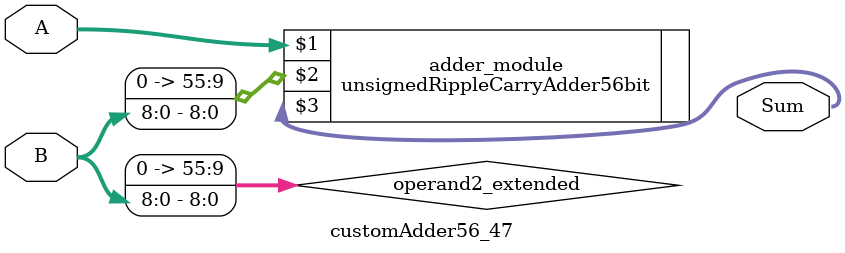
<source format=v>
module customAdder56_47(
                        input [55 : 0] A,
                        input [8 : 0] B,
                        
                        output [56 : 0] Sum
                );

        wire [55 : 0] operand2_extended;
        
        assign operand2_extended =  {47'b0, B};
        
        unsignedRippleCarryAdder56bit adder_module(
            A,
            operand2_extended,
            Sum
        );
        
        endmodule
        
</source>
